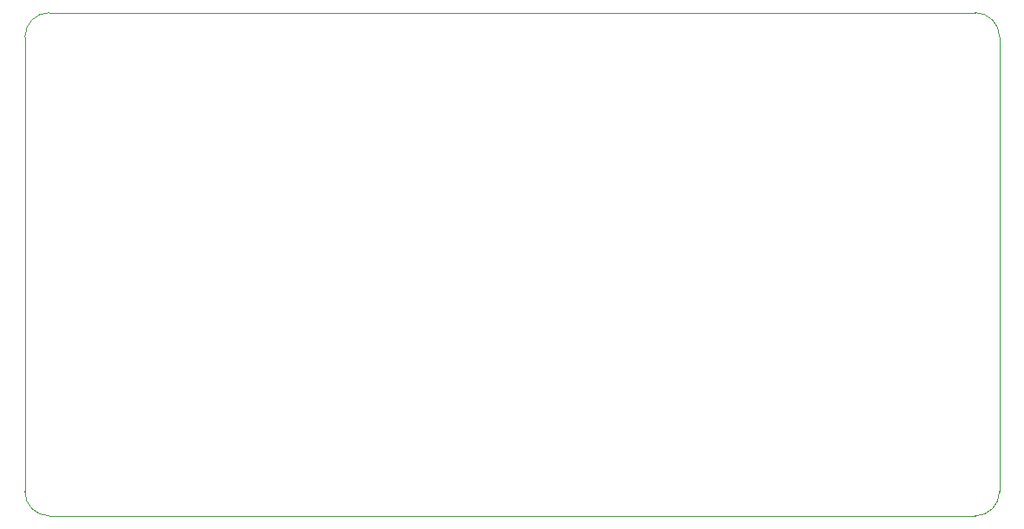
<source format=gbr>
%TF.GenerationSoftware,KiCad,Pcbnew,(6.0.6)*%
%TF.CreationDate,2022-08-15T00:38:18+08:00*%
%TF.ProjectId,15k-macropad-pico,31356b2d-6d61-4637-926f-7061642d7069,rev?*%
%TF.SameCoordinates,Original*%
%TF.FileFunction,Profile,NP*%
%FSLAX46Y46*%
G04 Gerber Fmt 4.6, Leading zero omitted, Abs format (unit mm)*
G04 Created by KiCad (PCBNEW (6.0.6)) date 2022-08-15 00:38:18*
%MOMM*%
%LPD*%
G01*
G04 APERTURE LIST*
%TA.AperFunction,Profile*%
%ADD10C,0.100000*%
%TD*%
G04 APERTURE END LIST*
D10*
X96043750Y-54768800D02*
G75*
G03*
X93662500Y-57150000I50J-2381300D01*
G01*
X188912500Y-57150000D02*
X188912500Y-101600000D01*
X96043750Y-54768750D02*
X186531250Y-54768750D01*
X186531250Y-103981250D02*
X96043750Y-103981250D01*
X93662450Y-101600000D02*
G75*
G03*
X96043750Y-103981250I2381350J100D01*
G01*
X188912550Y-57150000D02*
G75*
G03*
X186531250Y-54768750I-2381350J-100D01*
G01*
X186531250Y-103981200D02*
G75*
G03*
X188912500Y-101600000I-50J2381300D01*
G01*
X93662500Y-101600000D02*
X93662500Y-57150000D01*
M02*

</source>
